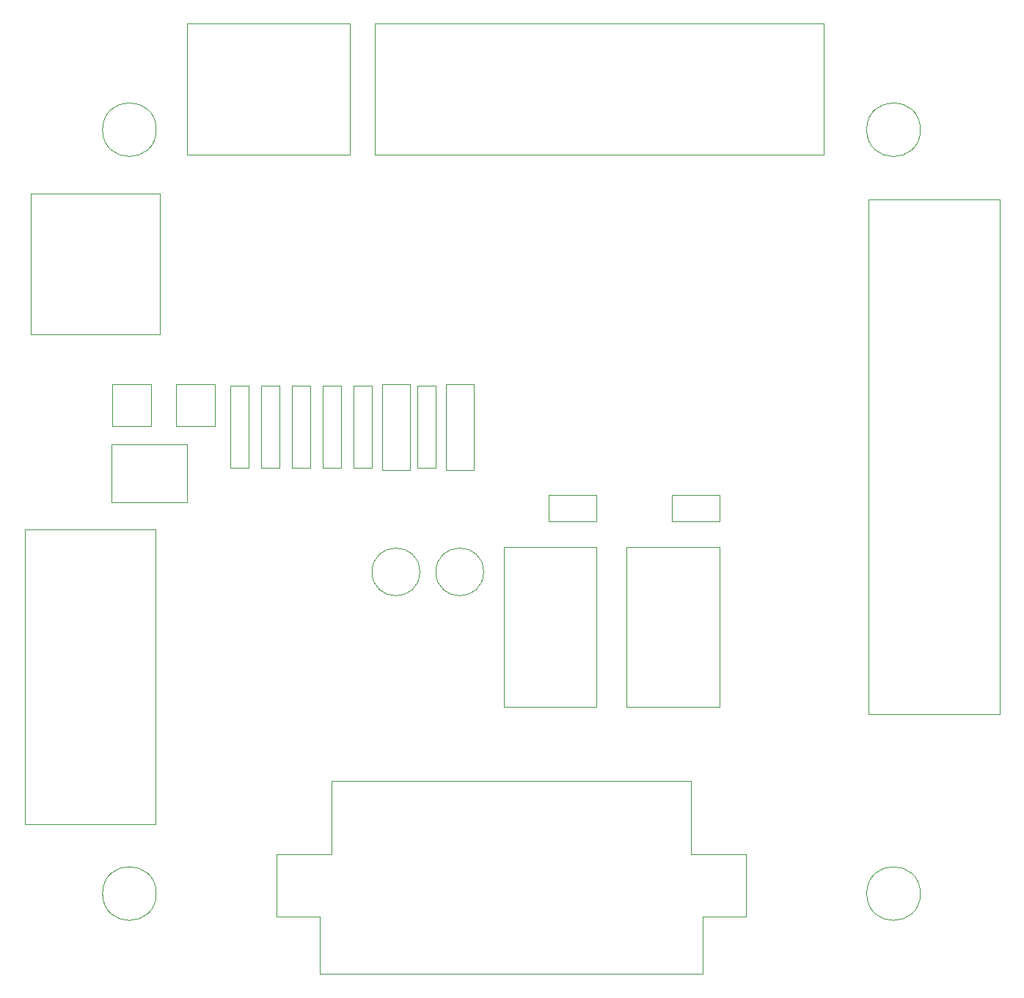
<source format=gbr>
%TF.GenerationSoftware,KiCad,Pcbnew,8.0.2*%
%TF.CreationDate,2024-06-21T19:26:29+02:00*%
%TF.ProjectId,power_board_v2,706f7765-725f-4626-9f61-72645f76322e,2.0*%
%TF.SameCoordinates,Original*%
%TF.FileFunction,Other,User*%
%FSLAX46Y46*%
G04 Gerber Fmt 4.6, Leading zero omitted, Abs format (unit mm)*
G04 Created by KiCad (PCBNEW 8.0.2) date 2024-06-21 19:26:29*
%MOMM*%
%LPD*%
G01*
G04 APERTURE LIST*
%ADD10C,0.050000*%
G04 APERTURE END LIST*
D10*
%TO.C,J5*%
X100125000Y-119814000D02*
X100125000Y-112614000D01*
X100125000Y-112614000D02*
X93775000Y-112614000D01*
X95125000Y-126414000D02*
X95125000Y-119814000D01*
X95125000Y-119814000D02*
X100125000Y-119814000D01*
X93775000Y-112614000D02*
X93775000Y-104164000D01*
X93775000Y-104164000D02*
X73025000Y-104164000D01*
X73025000Y-126414000D02*
X95125000Y-126414000D01*
X73025000Y-126414000D02*
X50925000Y-126414000D01*
X52275000Y-112614000D02*
X52275000Y-104164000D01*
X52275000Y-104164000D02*
X73025000Y-104164000D01*
X50925000Y-126414000D02*
X50925000Y-119814000D01*
X50925000Y-119814000D02*
X45925000Y-119814000D01*
X45925000Y-119814000D02*
X45925000Y-112614000D01*
X45925000Y-112614000D02*
X52275000Y-112614000D01*
%TO.C,SW1*%
X26892000Y-65230000D02*
X26892000Y-71930000D01*
X26892000Y-65230000D02*
X35592000Y-65230000D01*
X26892000Y-71930000D02*
X35592000Y-71930000D01*
X35592000Y-71930000D02*
X35592000Y-65230000D01*
%TO.C,H1*%
X32025000Y-28925000D02*
G75*
G02*
X25825000Y-28925000I-3100000J0D01*
G01*
X25825000Y-28925000D02*
G75*
G02*
X32025000Y-28925000I3100000J0D01*
G01*
%TO.C,CP1*%
X62440000Y-79985000D02*
G75*
G02*
X56940000Y-79985000I-2750000J0D01*
G01*
X56940000Y-79985000D02*
G75*
G02*
X62440000Y-79985000I2750000J0D01*
G01*
%TO.C,R2*%
X47718000Y-58486000D02*
X47718000Y-68006000D01*
X47718000Y-68006000D02*
X49818000Y-68006000D01*
X49818000Y-58486000D02*
X47718000Y-58486000D01*
X49818000Y-68006000D02*
X49818000Y-58486000D01*
%TO.C,CP2*%
X69806000Y-79985000D02*
G75*
G02*
X64306000Y-79985000I-2750000J0D01*
G01*
X64306000Y-79985000D02*
G75*
G02*
X69806000Y-79985000I2750000J0D01*
G01*
%TO.C,H2*%
X120225000Y-28925000D02*
G75*
G02*
X114025000Y-28925000I-3100000J0D01*
G01*
X114025000Y-28925000D02*
G75*
G02*
X120225000Y-28925000I3100000J0D01*
G01*
%TO.C,J1*%
X114220000Y-36945000D02*
X114220000Y-96405000D01*
X114220000Y-96405000D02*
X129350000Y-96405000D01*
X129350000Y-36945000D02*
X114220000Y-36945000D01*
X129350000Y-96405000D02*
X129350000Y-36945000D01*
%TO.C,C1*%
X77290000Y-71144000D02*
X77290000Y-74144000D01*
X77290000Y-74144000D02*
X82790000Y-74144000D01*
X82790000Y-71144000D02*
X77290000Y-71144000D01*
X82790000Y-74144000D02*
X82790000Y-71144000D01*
%TO.C,D2*%
X34326000Y-58276000D02*
X34326000Y-63126000D01*
X34326000Y-63126000D02*
X38826000Y-63126000D01*
X38826000Y-58276000D02*
X34326000Y-58276000D01*
X38826000Y-63126000D02*
X38826000Y-58276000D01*
%TO.C,D3*%
X58090000Y-68206000D02*
X61290000Y-68206000D01*
X61290000Y-68206000D02*
X61290000Y-58286000D01*
X58090000Y-58286000D02*
X58090000Y-68206000D01*
X61290000Y-58286000D02*
X58090000Y-58286000D01*
%TO.C,D1*%
X26960000Y-58276000D02*
X26960000Y-63126000D01*
X26960000Y-63126000D02*
X31460000Y-63126000D01*
X31460000Y-58276000D02*
X26960000Y-58276000D01*
X31460000Y-63126000D02*
X31460000Y-58276000D01*
%TO.C,R3*%
X44162000Y-58486000D02*
X44162000Y-68006000D01*
X44162000Y-68006000D02*
X46262000Y-68006000D01*
X46262000Y-58486000D02*
X44162000Y-58486000D01*
X46262000Y-68006000D02*
X46262000Y-58486000D01*
%TO.C,R5*%
X56930000Y-58486000D02*
X54830000Y-58486000D01*
X54830000Y-58486000D02*
X54830000Y-68006000D01*
X56930000Y-68006000D02*
X56930000Y-58486000D01*
X54830000Y-68006000D02*
X56930000Y-68006000D01*
%TO.C,D4*%
X68656000Y-58286000D02*
X65456000Y-58286000D01*
X65456000Y-58286000D02*
X65456000Y-68206000D01*
X68656000Y-68206000D02*
X68656000Y-58286000D01*
X65456000Y-68206000D02*
X68656000Y-68206000D01*
%TO.C,C2*%
X97004000Y-74144000D02*
X97004000Y-71144000D01*
X97004000Y-71144000D02*
X91504000Y-71144000D01*
X91504000Y-74144000D02*
X97004000Y-74144000D01*
X91504000Y-71144000D02*
X91504000Y-74144000D01*
%TO.C,J3*%
X16827000Y-75045000D02*
X16827000Y-109105000D01*
X16827000Y-109105000D02*
X31957000Y-109105000D01*
X31957000Y-75045000D02*
X16827000Y-75045000D01*
X31957000Y-109105000D02*
X31957000Y-75045000D01*
%TO.C,R1*%
X40606000Y-58486000D02*
X40606000Y-68006000D01*
X40606000Y-68006000D02*
X42706000Y-68006000D01*
X42706000Y-58486000D02*
X40606000Y-58486000D01*
X42706000Y-68006000D02*
X42706000Y-58486000D01*
%TO.C,H4*%
X32025000Y-117125000D02*
G75*
G02*
X25825000Y-117125000I-3100000J0D01*
G01*
X25825000Y-117125000D02*
G75*
G02*
X32025000Y-117125000I3100000J0D01*
G01*
%TO.C,J2*%
X57265000Y-16700000D02*
X57265000Y-31830000D01*
X57265000Y-31830000D02*
X109105000Y-31830000D01*
X109105000Y-16700000D02*
X57265000Y-16700000D01*
X109105000Y-31830000D02*
X109105000Y-16700000D01*
%TO.C,R6*%
X64296000Y-58486000D02*
X62196000Y-58486000D01*
X62196000Y-58486000D02*
X62196000Y-68006000D01*
X64296000Y-68006000D02*
X64296000Y-58486000D01*
X62196000Y-68006000D02*
X64296000Y-68006000D01*
%TO.C,U2*%
X86334000Y-77140000D02*
X86334000Y-95590000D01*
X86334000Y-95590000D02*
X97034000Y-95590000D01*
X97034000Y-77140000D02*
X86334000Y-77140000D01*
X97034000Y-95590000D02*
X97034000Y-77140000D01*
%TO.C,H3*%
X120225000Y-117125000D02*
G75*
G02*
X114025000Y-117125000I-3100000J0D01*
G01*
X114025000Y-117125000D02*
G75*
G02*
X120225000Y-117125000I3100000J0D01*
G01*
%TO.C,J6*%
X35548000Y-16700000D02*
X35548000Y-31830000D01*
X35548000Y-31830000D02*
X54368000Y-31830000D01*
X54368000Y-16700000D02*
X35548000Y-16700000D01*
X54368000Y-31830000D02*
X54368000Y-16700000D01*
%TO.C,J4*%
X17507000Y-36300000D02*
X17507000Y-52600000D01*
X17507000Y-52600000D02*
X32407000Y-52600000D01*
X32407000Y-36300000D02*
X17507000Y-36300000D01*
X32407000Y-52600000D02*
X32407000Y-36300000D01*
%TO.C,R4*%
X51274000Y-68006000D02*
X53374000Y-68006000D01*
X53374000Y-68006000D02*
X53374000Y-58486000D01*
X51274000Y-58486000D02*
X51274000Y-68006000D01*
X53374000Y-58486000D02*
X51274000Y-58486000D01*
%TO.C,U1*%
X72120000Y-77135000D02*
X72120000Y-95585000D01*
X72120000Y-95585000D02*
X82820000Y-95585000D01*
X82820000Y-77135000D02*
X72120000Y-77135000D01*
X82820000Y-95585000D02*
X82820000Y-77135000D01*
%TD*%
M02*

</source>
